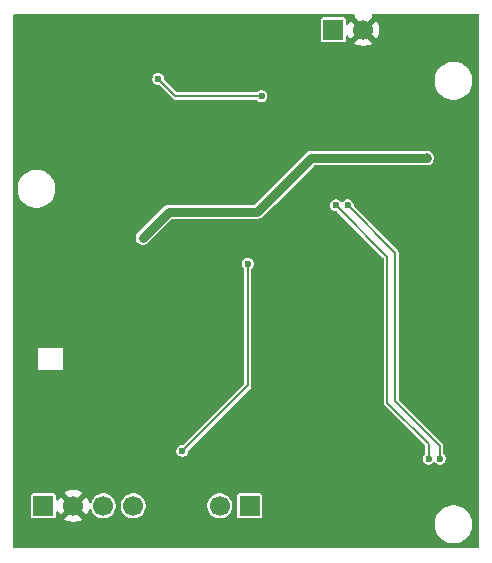
<source format=gbr>
%TF.GenerationSoftware,KiCad,Pcbnew,9.0.6*%
%TF.CreationDate,2025-12-31T00:22:08+05:30*%
%TF.ProjectId,c16qs-carrier-board,63313671-732d-4636-9172-726965722d62,rev?*%
%TF.SameCoordinates,Original*%
%TF.FileFunction,Copper,L2,Bot*%
%TF.FilePolarity,Positive*%
%FSLAX46Y46*%
G04 Gerber Fmt 4.6, Leading zero omitted, Abs format (unit mm)*
G04 Created by KiCad (PCBNEW 9.0.6) date 2025-12-31 00:22:08*
%MOMM*%
%LPD*%
G01*
G04 APERTURE LIST*
%TA.AperFunction,ComponentPad*%
%ADD10R,1.700000X1.700000*%
%TD*%
%TA.AperFunction,ComponentPad*%
%ADD11C,1.700000*%
%TD*%
%TA.AperFunction,ViaPad*%
%ADD12C,0.800000*%
%TD*%
%TA.AperFunction,ViaPad*%
%ADD13C,0.600000*%
%TD*%
%TA.AperFunction,Conductor*%
%ADD14C,0.800000*%
%TD*%
%TA.AperFunction,Conductor*%
%ADD15C,0.200000*%
%TD*%
G04 APERTURE END LIST*
D10*
%TO.P,J1,1,Pin_1*%
%TO.N,/+5V_IN*%
X137625000Y-55400000D03*
D11*
%TO.P,J1,2,Pin_2*%
%TO.N,GND*%
X140165000Y-55400000D03*
%TD*%
D10*
%TO.P,J2,1,Pin_1*%
%TO.N,/RST*%
X130550000Y-95700000D03*
D11*
%TO.P,J2,2,Pin_2*%
%TO.N,/PWR*%
X128010000Y-95700000D03*
%TD*%
D10*
%TO.P,J_UART1,1,Pin_1*%
%TO.N,/3V3*%
X113080000Y-95700000D03*
D11*
%TO.P,J_UART1,2,Pin_2*%
%TO.N,GND*%
X115620000Y-95700000D03*
%TO.P,J_UART1,3,Pin_3*%
%TO.N,/UART_TX_3V3*%
X118160000Y-95700000D03*
%TO.P,J_UART1,4,Pin_4*%
%TO.N,/UART_RX_3V3*%
X120700000Y-95700000D03*
%TD*%
D12*
%TO.N,/VBAT*%
X145550000Y-66250000D03*
D13*
X121500000Y-73000000D03*
%TO.N,GND*%
X114700000Y-77900000D03*
X147750000Y-89150000D03*
X146300000Y-85300000D03*
X145450000Y-61900000D03*
X112600000Y-77900000D03*
X138450000Y-72900000D03*
X112550000Y-86950000D03*
X131950000Y-57050000D03*
X115550000Y-86950000D03*
X140587500Y-63650000D03*
%TO.N,Net-(J_SIM1-VCC)*%
X122800000Y-59550000D03*
X131550000Y-61000000D03*
%TO.N,Net-(U1-UART1_RXD)*%
X146650000Y-91700000D03*
X138850000Y-70250000D03*
%TO.N,Net-(U1-UART1_TXD)*%
X137850000Y-70250000D03*
X145700000Y-91700000D03*
%TO.N,Net-(U1-NET_STATUS)*%
X130400000Y-75200000D03*
X124850000Y-91050000D03*
%TD*%
D14*
%TO.N,/VBAT*%
X145550000Y-66250000D02*
X135750000Y-66250000D01*
X123700000Y-70800000D02*
X121500000Y-73000000D01*
X131200000Y-70800000D02*
X123700000Y-70800000D01*
X135750000Y-66250000D02*
X131450000Y-70550000D01*
X131450000Y-70550000D02*
X131200000Y-70800000D01*
D15*
%TO.N,Net-(J_SIM1-VCC)*%
X124250000Y-61000000D02*
X131550000Y-61000000D01*
X122800000Y-59550000D02*
X124250000Y-61000000D01*
%TO.N,Net-(U1-UART1_RXD)*%
X146650000Y-90650000D02*
X142850000Y-86850000D01*
X142850000Y-74250000D02*
X138850000Y-70250000D01*
X146650000Y-91700000D02*
X146650000Y-90650000D01*
X142850000Y-86850000D02*
X142850000Y-74250000D01*
%TO.N,Net-(U1-UART1_TXD)*%
X142200000Y-74600000D02*
X137850000Y-70250000D01*
X142200000Y-86950000D02*
X142200000Y-74600000D01*
X145700000Y-91700000D02*
X145700000Y-90450000D01*
X145700000Y-90450000D02*
X142200000Y-86950000D01*
%TO.N,Net-(U1-NET_STATUS)*%
X124850000Y-91050000D02*
X130400000Y-85500000D01*
X130400000Y-85500000D02*
X130400000Y-75200000D01*
%TD*%
%TA.AperFunction,Conductor*%
%TO.N,GND*%
G36*
X139411075Y-54070185D02*
G01*
X139456830Y-54122989D01*
X139466774Y-54192147D01*
X139437749Y-54255703D01*
X139416921Y-54274819D01*
X139403282Y-54284727D01*
X139403282Y-54284728D01*
X140035591Y-54917037D01*
X139972007Y-54934075D01*
X139857993Y-54999901D01*
X139764901Y-55092993D01*
X139699075Y-55207007D01*
X139682037Y-55270591D01*
X139049728Y-54638282D01*
X139049727Y-54638282D01*
X139010380Y-54692439D01*
X138911694Y-54886121D01*
X138910678Y-54885603D01*
X138870212Y-54935813D01*
X138803916Y-54957872D01*
X138736218Y-54940588D01*
X138688612Y-54889447D01*
X138675500Y-54833951D01*
X138675500Y-54530249D01*
X138675499Y-54530247D01*
X138663868Y-54471770D01*
X138663867Y-54471769D01*
X138619552Y-54405447D01*
X138553230Y-54361132D01*
X138553229Y-54361131D01*
X138494752Y-54349500D01*
X138494748Y-54349500D01*
X136755252Y-54349500D01*
X136755247Y-54349500D01*
X136696770Y-54361131D01*
X136696769Y-54361132D01*
X136630447Y-54405447D01*
X136586132Y-54471769D01*
X136586131Y-54471770D01*
X136574500Y-54530247D01*
X136574500Y-56269752D01*
X136586131Y-56328229D01*
X136586132Y-56328230D01*
X136630447Y-56394552D01*
X136696769Y-56438867D01*
X136696770Y-56438868D01*
X136755247Y-56450499D01*
X136755250Y-56450500D01*
X136755252Y-56450500D01*
X138494750Y-56450500D01*
X138494751Y-56450499D01*
X138509568Y-56447552D01*
X138553229Y-56438868D01*
X138553229Y-56438867D01*
X138553231Y-56438867D01*
X138619552Y-56394552D01*
X138663867Y-56328231D01*
X138663867Y-56328229D01*
X138663868Y-56328229D01*
X138675499Y-56269752D01*
X138675500Y-56269750D01*
X138675500Y-55966048D01*
X138695185Y-55899009D01*
X138747989Y-55853254D01*
X138817147Y-55843310D01*
X138880703Y-55872335D01*
X138910938Y-55914264D01*
X138911694Y-55913879D01*
X139010375Y-56107550D01*
X139049728Y-56161716D01*
X139682037Y-55529408D01*
X139699075Y-55592993D01*
X139764901Y-55707007D01*
X139857993Y-55800099D01*
X139972007Y-55865925D01*
X140035590Y-55882962D01*
X139403282Y-56515269D01*
X139403282Y-56515270D01*
X139457449Y-56554624D01*
X139646782Y-56651095D01*
X139848870Y-56716757D01*
X140058754Y-56750000D01*
X140271246Y-56750000D01*
X140481127Y-56716757D01*
X140481130Y-56716757D01*
X140683217Y-56651095D01*
X140872554Y-56554622D01*
X140926716Y-56515270D01*
X140926717Y-56515270D01*
X140294408Y-55882962D01*
X140357993Y-55865925D01*
X140472007Y-55800099D01*
X140565099Y-55707007D01*
X140630925Y-55592993D01*
X140647962Y-55529409D01*
X141280270Y-56161717D01*
X141280270Y-56161716D01*
X141319622Y-56107554D01*
X141416095Y-55918217D01*
X141481757Y-55716130D01*
X141481757Y-55716127D01*
X141515000Y-55506246D01*
X141515000Y-55293753D01*
X141481757Y-55083872D01*
X141481757Y-55083869D01*
X141416095Y-54881782D01*
X141319624Y-54692449D01*
X141280270Y-54638282D01*
X141280269Y-54638282D01*
X140647962Y-55270590D01*
X140630925Y-55207007D01*
X140565099Y-55092993D01*
X140472007Y-54999901D01*
X140357993Y-54934075D01*
X140294409Y-54917037D01*
X140926716Y-54284728D01*
X140926716Y-54284727D01*
X140913077Y-54274818D01*
X140870411Y-54219489D01*
X140864432Y-54149875D01*
X140897037Y-54088080D01*
X140957876Y-54053723D01*
X140985962Y-54050500D01*
X149874825Y-54050500D01*
X149941864Y-54070185D01*
X149987619Y-54122989D01*
X149998824Y-54174633D01*
X149950937Y-98470793D01*
X149950175Y-99175634D01*
X149930418Y-99242652D01*
X149877564Y-99288350D01*
X149826175Y-99299500D01*
X110624500Y-99299500D01*
X110557461Y-99279815D01*
X110511706Y-99227011D01*
X110500500Y-99175500D01*
X110500500Y-97124038D01*
X146199500Y-97124038D01*
X146199500Y-97375961D01*
X146238910Y-97624785D01*
X146316760Y-97864383D01*
X146431132Y-98088848D01*
X146579201Y-98292649D01*
X146579205Y-98292654D01*
X146757345Y-98470794D01*
X146757350Y-98470798D01*
X146935117Y-98599952D01*
X146961155Y-98618870D01*
X147104184Y-98691747D01*
X147185616Y-98733239D01*
X147185618Y-98733239D01*
X147185621Y-98733241D01*
X147425215Y-98811090D01*
X147674038Y-98850500D01*
X147674039Y-98850500D01*
X147925961Y-98850500D01*
X147925962Y-98850500D01*
X148174785Y-98811090D01*
X148414379Y-98733241D01*
X148638845Y-98618870D01*
X148842656Y-98470793D01*
X149020793Y-98292656D01*
X149168870Y-98088845D01*
X149283241Y-97864379D01*
X149361090Y-97624785D01*
X149400500Y-97375962D01*
X149400500Y-97124038D01*
X149361090Y-96875215D01*
X149283241Y-96635621D01*
X149283239Y-96635618D01*
X149283239Y-96635616D01*
X149222278Y-96515975D01*
X149168870Y-96411155D01*
X149025821Y-96214264D01*
X149020798Y-96207350D01*
X149020794Y-96207345D01*
X148842654Y-96029205D01*
X148842649Y-96029201D01*
X148638848Y-95881132D01*
X148638847Y-95881131D01*
X148638845Y-95881130D01*
X148568747Y-95845413D01*
X148414383Y-95766760D01*
X148174785Y-95688910D01*
X147925962Y-95649500D01*
X147674038Y-95649500D01*
X147549626Y-95669205D01*
X147425214Y-95688910D01*
X147185616Y-95766760D01*
X146961151Y-95881132D01*
X146757350Y-96029201D01*
X146757345Y-96029205D01*
X146579205Y-96207345D01*
X146579201Y-96207350D01*
X146431132Y-96411151D01*
X146316760Y-96635616D01*
X146238910Y-96875214D01*
X146199500Y-97124038D01*
X110500500Y-97124038D01*
X110500500Y-94830247D01*
X112029500Y-94830247D01*
X112029500Y-96569752D01*
X112041131Y-96628229D01*
X112041132Y-96628230D01*
X112085447Y-96694552D01*
X112151769Y-96738867D01*
X112151770Y-96738868D01*
X112210247Y-96750499D01*
X112210250Y-96750500D01*
X112210252Y-96750500D01*
X113949750Y-96750500D01*
X113949751Y-96750499D01*
X113964568Y-96747552D01*
X114008229Y-96738868D01*
X114008229Y-96738867D01*
X114008231Y-96738867D01*
X114074552Y-96694552D01*
X114118867Y-96628231D01*
X114118867Y-96628229D01*
X114118868Y-96628229D01*
X114130499Y-96569752D01*
X114130500Y-96569750D01*
X114130500Y-96266048D01*
X114150185Y-96199009D01*
X114202989Y-96153254D01*
X114272147Y-96143310D01*
X114335703Y-96172335D01*
X114365938Y-96214264D01*
X114366694Y-96213879D01*
X114465375Y-96407550D01*
X114504728Y-96461716D01*
X115137037Y-95829408D01*
X115154075Y-95892993D01*
X115219901Y-96007007D01*
X115312993Y-96100099D01*
X115427007Y-96165925D01*
X115490590Y-96182962D01*
X114858282Y-96815269D01*
X114858282Y-96815270D01*
X114912449Y-96854624D01*
X115101782Y-96951095D01*
X115303870Y-97016757D01*
X115513754Y-97050000D01*
X115726246Y-97050000D01*
X115936127Y-97016757D01*
X115936130Y-97016757D01*
X115983903Y-97001235D01*
X116138217Y-96951095D01*
X116327554Y-96854622D01*
X116381716Y-96815270D01*
X116381717Y-96815270D01*
X115749408Y-96182962D01*
X115812993Y-96165925D01*
X115927007Y-96100099D01*
X116020099Y-96007007D01*
X116085925Y-95892993D01*
X116102962Y-95829409D01*
X116735270Y-96461717D01*
X116735270Y-96461716D01*
X116774622Y-96407554D01*
X116871095Y-96218217D01*
X116928343Y-96042026D01*
X116967780Y-95984351D01*
X117032139Y-95957152D01*
X117100985Y-95969066D01*
X117152461Y-96016310D01*
X117160835Y-96032891D01*
X117229058Y-96197596D01*
X117344024Y-96369657D01*
X117490342Y-96515975D01*
X117490345Y-96515977D01*
X117662402Y-96630941D01*
X117853580Y-96710130D01*
X117998052Y-96738867D01*
X118056530Y-96750499D01*
X118056534Y-96750500D01*
X118056535Y-96750500D01*
X118263466Y-96750500D01*
X118263467Y-96750499D01*
X118466420Y-96710130D01*
X118657598Y-96630941D01*
X118829655Y-96515977D01*
X118975977Y-96369655D01*
X119090941Y-96197598D01*
X119170130Y-96006420D01*
X119210500Y-95803465D01*
X119210500Y-95596535D01*
X119210499Y-95596530D01*
X119649500Y-95596530D01*
X119649500Y-95803469D01*
X119689868Y-96006412D01*
X119689870Y-96006420D01*
X119769058Y-96197596D01*
X119884024Y-96369657D01*
X120030342Y-96515975D01*
X120030345Y-96515977D01*
X120202402Y-96630941D01*
X120393580Y-96710130D01*
X120538052Y-96738867D01*
X120596530Y-96750499D01*
X120596534Y-96750500D01*
X120596535Y-96750500D01*
X120803466Y-96750500D01*
X120803467Y-96750499D01*
X121006420Y-96710130D01*
X121197598Y-96630941D01*
X121369655Y-96515977D01*
X121515977Y-96369655D01*
X121630941Y-96197598D01*
X121710130Y-96006420D01*
X121750500Y-95803465D01*
X121750500Y-95596535D01*
X121750499Y-95596530D01*
X126959500Y-95596530D01*
X126959500Y-95803469D01*
X126999868Y-96006412D01*
X126999870Y-96006420D01*
X127079058Y-96197596D01*
X127194024Y-96369657D01*
X127340342Y-96515975D01*
X127340345Y-96515977D01*
X127512402Y-96630941D01*
X127703580Y-96710130D01*
X127848052Y-96738867D01*
X127906530Y-96750499D01*
X127906534Y-96750500D01*
X127906535Y-96750500D01*
X128113466Y-96750500D01*
X128113467Y-96750499D01*
X128316420Y-96710130D01*
X128507598Y-96630941D01*
X128679655Y-96515977D01*
X128825977Y-96369655D01*
X128940941Y-96197598D01*
X129020130Y-96006420D01*
X129060500Y-95803465D01*
X129060500Y-95596535D01*
X129020130Y-95393580D01*
X128940941Y-95202402D01*
X128825977Y-95030345D01*
X128825975Y-95030342D01*
X128679657Y-94884024D01*
X128599173Y-94830247D01*
X129499500Y-94830247D01*
X129499500Y-96569752D01*
X129511131Y-96628229D01*
X129511132Y-96628230D01*
X129555447Y-96694552D01*
X129621769Y-96738867D01*
X129621770Y-96738868D01*
X129680247Y-96750499D01*
X129680250Y-96750500D01*
X129680252Y-96750500D01*
X131419750Y-96750500D01*
X131419751Y-96750499D01*
X131434568Y-96747552D01*
X131478229Y-96738868D01*
X131478229Y-96738867D01*
X131478231Y-96738867D01*
X131544552Y-96694552D01*
X131588867Y-96628231D01*
X131588867Y-96628229D01*
X131588868Y-96628229D01*
X131600499Y-96569752D01*
X131600500Y-96569750D01*
X131600500Y-94830249D01*
X131600499Y-94830247D01*
X131588868Y-94771770D01*
X131588867Y-94771769D01*
X131544552Y-94705447D01*
X131478230Y-94661132D01*
X131478229Y-94661131D01*
X131419752Y-94649500D01*
X131419748Y-94649500D01*
X129680252Y-94649500D01*
X129680247Y-94649500D01*
X129621770Y-94661131D01*
X129621769Y-94661132D01*
X129555447Y-94705447D01*
X129511132Y-94771769D01*
X129511131Y-94771770D01*
X129499500Y-94830247D01*
X128599173Y-94830247D01*
X128511655Y-94771770D01*
X128507598Y-94769059D01*
X128316420Y-94689870D01*
X128316412Y-94689868D01*
X128113469Y-94649500D01*
X128113465Y-94649500D01*
X127906535Y-94649500D01*
X127906530Y-94649500D01*
X127703587Y-94689868D01*
X127703579Y-94689870D01*
X127512403Y-94769058D01*
X127340342Y-94884024D01*
X127194024Y-95030342D01*
X127079058Y-95202403D01*
X126999870Y-95393579D01*
X126999868Y-95393587D01*
X126959500Y-95596530D01*
X121750499Y-95596530D01*
X121710130Y-95393580D01*
X121630941Y-95202402D01*
X121515977Y-95030345D01*
X121515975Y-95030342D01*
X121369657Y-94884024D01*
X121201655Y-94771770D01*
X121197598Y-94769059D01*
X121006420Y-94689870D01*
X121006412Y-94689868D01*
X120803469Y-94649500D01*
X120803465Y-94649500D01*
X120596535Y-94649500D01*
X120596530Y-94649500D01*
X120393587Y-94689868D01*
X120393579Y-94689870D01*
X120202403Y-94769058D01*
X120030342Y-94884024D01*
X119884024Y-95030342D01*
X119769058Y-95202403D01*
X119689870Y-95393579D01*
X119689868Y-95393587D01*
X119649500Y-95596530D01*
X119210499Y-95596530D01*
X119170130Y-95393580D01*
X119090941Y-95202402D01*
X118975977Y-95030345D01*
X118975975Y-95030342D01*
X118829657Y-94884024D01*
X118661655Y-94771770D01*
X118657598Y-94769059D01*
X118466420Y-94689870D01*
X118466412Y-94689868D01*
X118263469Y-94649500D01*
X118263465Y-94649500D01*
X118056535Y-94649500D01*
X118056530Y-94649500D01*
X117853587Y-94689868D01*
X117853579Y-94689870D01*
X117662403Y-94769058D01*
X117490342Y-94884024D01*
X117344024Y-95030342D01*
X117229057Y-95202403D01*
X117160835Y-95367108D01*
X117116994Y-95421511D01*
X117050700Y-95443576D01*
X116983000Y-95426297D01*
X116935390Y-95375159D01*
X116928343Y-95357973D01*
X116871095Y-95181782D01*
X116774624Y-94992449D01*
X116735270Y-94938282D01*
X116735269Y-94938282D01*
X116102962Y-95570590D01*
X116085925Y-95507007D01*
X116020099Y-95392993D01*
X115927007Y-95299901D01*
X115812993Y-95234075D01*
X115749409Y-95217037D01*
X116381716Y-94584728D01*
X116327550Y-94545375D01*
X116138217Y-94448904D01*
X115936129Y-94383242D01*
X115726246Y-94350000D01*
X115513754Y-94350000D01*
X115303872Y-94383242D01*
X115303869Y-94383242D01*
X115101782Y-94448904D01*
X114912439Y-94545380D01*
X114858282Y-94584727D01*
X114858282Y-94584728D01*
X115490591Y-95217037D01*
X115427007Y-95234075D01*
X115312993Y-95299901D01*
X115219901Y-95392993D01*
X115154075Y-95507007D01*
X115137037Y-95570591D01*
X114504728Y-94938282D01*
X114504727Y-94938282D01*
X114465380Y-94992439D01*
X114366694Y-95186121D01*
X114365678Y-95185603D01*
X114325212Y-95235813D01*
X114258916Y-95257872D01*
X114191218Y-95240588D01*
X114143612Y-95189447D01*
X114130500Y-95133951D01*
X114130500Y-94830249D01*
X114130499Y-94830247D01*
X114118868Y-94771770D01*
X114118867Y-94771769D01*
X114074552Y-94705447D01*
X114008230Y-94661132D01*
X114008229Y-94661131D01*
X113949752Y-94649500D01*
X113949748Y-94649500D01*
X112210252Y-94649500D01*
X112210247Y-94649500D01*
X112151770Y-94661131D01*
X112151769Y-94661132D01*
X112085447Y-94705447D01*
X112041132Y-94771769D01*
X112041131Y-94771770D01*
X112029500Y-94830247D01*
X110500500Y-94830247D01*
X110500500Y-90984108D01*
X124349500Y-90984108D01*
X124349500Y-91115891D01*
X124383608Y-91243187D01*
X124413849Y-91295565D01*
X124449500Y-91357314D01*
X124542686Y-91450500D01*
X124656814Y-91516392D01*
X124784108Y-91550500D01*
X124784110Y-91550500D01*
X124915890Y-91550500D01*
X124915892Y-91550500D01*
X125043186Y-91516392D01*
X125157314Y-91450500D01*
X125250500Y-91357314D01*
X125316392Y-91243186D01*
X125350500Y-91115892D01*
X125350500Y-91025832D01*
X125370185Y-90958793D01*
X125386819Y-90938151D01*
X125899499Y-90425471D01*
X130640460Y-85684511D01*
X130680021Y-85615989D01*
X130700500Y-85539562D01*
X130700500Y-75658676D01*
X130720185Y-75591637D01*
X130736819Y-75570995D01*
X130800500Y-75507314D01*
X130866392Y-75393186D01*
X130900500Y-75265892D01*
X130900500Y-75134108D01*
X130866392Y-75006814D01*
X130800500Y-74892686D01*
X130707314Y-74799500D01*
X130650250Y-74766554D01*
X130593187Y-74733608D01*
X130529539Y-74716554D01*
X130465892Y-74699500D01*
X130334108Y-74699500D01*
X130206812Y-74733608D01*
X130092686Y-74799500D01*
X130092683Y-74799502D01*
X129999502Y-74892683D01*
X129999500Y-74892686D01*
X129933608Y-75006812D01*
X129899500Y-75134108D01*
X129899500Y-75265891D01*
X129933608Y-75393187D01*
X129966554Y-75450250D01*
X129999500Y-75507314D01*
X129999502Y-75507316D01*
X130063181Y-75570995D01*
X130096666Y-75632318D01*
X130099500Y-75658676D01*
X130099500Y-85324166D01*
X130079815Y-85391205D01*
X130063181Y-85411847D01*
X124961847Y-90513181D01*
X124900524Y-90546666D01*
X124874166Y-90549500D01*
X124784108Y-90549500D01*
X124656812Y-90583608D01*
X124542686Y-90649500D01*
X124542683Y-90649502D01*
X124449502Y-90742683D01*
X124449500Y-90742686D01*
X124383608Y-90856812D01*
X124349500Y-90984108D01*
X110500500Y-90984108D01*
X110500500Y-84200000D01*
X112655000Y-84200000D01*
X114745000Y-84200000D01*
X114745000Y-82300000D01*
X112655000Y-82300000D01*
X112655000Y-84200000D01*
X110500500Y-84200000D01*
X110500500Y-73079054D01*
X120899498Y-73079054D01*
X120899499Y-73079057D01*
X120940423Y-73231785D01*
X121019481Y-73368716D01*
X121131284Y-73480519D01*
X121268215Y-73559577D01*
X121420943Y-73600501D01*
X121420946Y-73600501D01*
X121579054Y-73600501D01*
X121579057Y-73600501D01*
X121731785Y-73559577D01*
X121868716Y-73480519D01*
X123912416Y-71436819D01*
X123973739Y-71403334D01*
X124000097Y-71400500D01*
X131113331Y-71400500D01*
X131113347Y-71400501D01*
X131120943Y-71400501D01*
X131279054Y-71400501D01*
X131279057Y-71400501D01*
X131431785Y-71359577D01*
X131481904Y-71330639D01*
X131568716Y-71280520D01*
X131680520Y-71168716D01*
X131680521Y-71168713D01*
X131930519Y-70918716D01*
X132665127Y-70184108D01*
X137349500Y-70184108D01*
X137349500Y-70315892D01*
X137352661Y-70327690D01*
X137383608Y-70443187D01*
X137416554Y-70500250D01*
X137449500Y-70557314D01*
X137542686Y-70650500D01*
X137656814Y-70716392D01*
X137784108Y-70750500D01*
X137784110Y-70750500D01*
X137874167Y-70750500D01*
X137941206Y-70770185D01*
X137961848Y-70786819D01*
X141863181Y-74688152D01*
X141896666Y-74749475D01*
X141899500Y-74775833D01*
X141899500Y-86989562D01*
X141909739Y-87027775D01*
X141919979Y-87065991D01*
X141919981Y-87065994D01*
X141956944Y-87130014D01*
X141956946Y-87130023D01*
X141956949Y-87130022D01*
X141959540Y-87134511D01*
X145363181Y-90538152D01*
X145396666Y-90599475D01*
X145399500Y-90625833D01*
X145399500Y-91241323D01*
X145379815Y-91308362D01*
X145363182Y-91329004D01*
X145299500Y-91392686D01*
X145233608Y-91506812D01*
X145199500Y-91634108D01*
X145199500Y-91765891D01*
X145233608Y-91893187D01*
X145266554Y-91950250D01*
X145299500Y-92007314D01*
X145392686Y-92100500D01*
X145506814Y-92166392D01*
X145634108Y-92200500D01*
X145634110Y-92200500D01*
X145765890Y-92200500D01*
X145765892Y-92200500D01*
X145893186Y-92166392D01*
X146007314Y-92100500D01*
X146087319Y-92020495D01*
X146148642Y-91987010D01*
X146218334Y-91991994D01*
X146262681Y-92020495D01*
X146342686Y-92100500D01*
X146456814Y-92166392D01*
X146584108Y-92200500D01*
X146584110Y-92200500D01*
X146715890Y-92200500D01*
X146715892Y-92200500D01*
X146843186Y-92166392D01*
X146957314Y-92100500D01*
X147050500Y-92007314D01*
X147116392Y-91893186D01*
X147150500Y-91765892D01*
X147150500Y-91634108D01*
X147116392Y-91506814D01*
X147050500Y-91392686D01*
X146986818Y-91329004D01*
X146953334Y-91267680D01*
X146950500Y-91241323D01*
X146950500Y-90610440D01*
X146950499Y-90610436D01*
X146948264Y-90602095D01*
X146943311Y-90583608D01*
X146930022Y-90534012D01*
X146890460Y-90465489D01*
X143186819Y-86761848D01*
X143153334Y-86700525D01*
X143150500Y-86674167D01*
X143150500Y-74210439D01*
X143130020Y-74134009D01*
X143130017Y-74134004D01*
X143090464Y-74065495D01*
X143090458Y-74065487D01*
X139386819Y-70361848D01*
X139353334Y-70300525D01*
X139350500Y-70274167D01*
X139350500Y-70184110D01*
X139350500Y-70184108D01*
X139316392Y-70056814D01*
X139250500Y-69942686D01*
X139157314Y-69849500D01*
X139100250Y-69816554D01*
X139043187Y-69783608D01*
X138979539Y-69766554D01*
X138915892Y-69749500D01*
X138784108Y-69749500D01*
X138656812Y-69783608D01*
X138542686Y-69849500D01*
X138542683Y-69849502D01*
X138449498Y-69942687D01*
X138448370Y-69944158D01*
X138447102Y-69945083D01*
X138443753Y-69948433D01*
X138443230Y-69947910D01*
X138391940Y-69985356D01*
X138322193Y-69989506D01*
X138261275Y-69955289D01*
X138251630Y-69944158D01*
X138250501Y-69942687D01*
X138157316Y-69849502D01*
X138157314Y-69849500D01*
X138100250Y-69816554D01*
X138043187Y-69783608D01*
X137979539Y-69766554D01*
X137915892Y-69749500D01*
X137784108Y-69749500D01*
X137656812Y-69783608D01*
X137542686Y-69849500D01*
X137542683Y-69849502D01*
X137449502Y-69942683D01*
X137449500Y-69942686D01*
X137383608Y-70056812D01*
X137379862Y-70070793D01*
X137349500Y-70184108D01*
X132665127Y-70184108D01*
X135962416Y-66886819D01*
X136023739Y-66853334D01*
X136050097Y-66850500D01*
X145629055Y-66850500D01*
X145629057Y-66850500D01*
X145781784Y-66809577D01*
X145918716Y-66730520D01*
X146030520Y-66618716D01*
X146109577Y-66481784D01*
X146150500Y-66329057D01*
X146150500Y-66170943D01*
X146109577Y-66018216D01*
X146109573Y-66018209D01*
X146030524Y-65881290D01*
X146030518Y-65881282D01*
X145918717Y-65769481D01*
X145918709Y-65769475D01*
X145781790Y-65690426D01*
X145781786Y-65690424D01*
X145781784Y-65690423D01*
X145629057Y-65649500D01*
X135829057Y-65649500D01*
X135670942Y-65649500D01*
X135518215Y-65690423D01*
X135518214Y-65690423D01*
X135518212Y-65690424D01*
X135518209Y-65690425D01*
X135468096Y-65719359D01*
X135468095Y-65719360D01*
X135424689Y-65744420D01*
X135381285Y-65769479D01*
X135381282Y-65769481D01*
X135269478Y-65881286D01*
X131081284Y-70069481D01*
X130987584Y-70163181D01*
X130926261Y-70196666D01*
X130899903Y-70199500D01*
X123786669Y-70199500D01*
X123786653Y-70199499D01*
X123779057Y-70199499D01*
X123620943Y-70199499D01*
X123513587Y-70228265D01*
X123468210Y-70240424D01*
X123468209Y-70240425D01*
X123418096Y-70269359D01*
X123418095Y-70269360D01*
X123374689Y-70294420D01*
X123331285Y-70319479D01*
X123331282Y-70319481D01*
X123219478Y-70431286D01*
X121019483Y-72631281D01*
X121019481Y-72631284D01*
X120940423Y-72768214D01*
X120940423Y-72768215D01*
X120899499Y-72920943D01*
X120899499Y-72920945D01*
X120899499Y-73079054D01*
X120899498Y-73079054D01*
X110500500Y-73079054D01*
X110500500Y-68724038D01*
X110899500Y-68724038D01*
X110899500Y-68975961D01*
X110938910Y-69224785D01*
X111016760Y-69464383D01*
X111131132Y-69688848D01*
X111279201Y-69892649D01*
X111279205Y-69892654D01*
X111457345Y-70070794D01*
X111457350Y-70070798D01*
X111481440Y-70088300D01*
X111661155Y-70218870D01*
X111769682Y-70274167D01*
X111885616Y-70333239D01*
X111885618Y-70333239D01*
X111885621Y-70333241D01*
X112125215Y-70411090D01*
X112374038Y-70450500D01*
X112374039Y-70450500D01*
X112625961Y-70450500D01*
X112625962Y-70450500D01*
X112874785Y-70411090D01*
X113114379Y-70333241D01*
X113338845Y-70218870D01*
X113542656Y-70070793D01*
X113720793Y-69892656D01*
X113868870Y-69688845D01*
X113983241Y-69464379D01*
X114061090Y-69224785D01*
X114100500Y-68975962D01*
X114100500Y-68724038D01*
X114061090Y-68475215D01*
X113983241Y-68235621D01*
X113983239Y-68235618D01*
X113983239Y-68235616D01*
X113941747Y-68154184D01*
X113868870Y-68011155D01*
X113849952Y-67985117D01*
X113720798Y-67807350D01*
X113720794Y-67807345D01*
X113542654Y-67629205D01*
X113542649Y-67629201D01*
X113338848Y-67481132D01*
X113338847Y-67481131D01*
X113338845Y-67481130D01*
X113268747Y-67445413D01*
X113114383Y-67366760D01*
X112874785Y-67288910D01*
X112625962Y-67249500D01*
X112374038Y-67249500D01*
X112249626Y-67269205D01*
X112125214Y-67288910D01*
X111885616Y-67366760D01*
X111661151Y-67481132D01*
X111457350Y-67629201D01*
X111457345Y-67629205D01*
X111279205Y-67807345D01*
X111279201Y-67807350D01*
X111131132Y-68011151D01*
X111016760Y-68235616D01*
X110938910Y-68475214D01*
X110899500Y-68724038D01*
X110500500Y-68724038D01*
X110500500Y-59484108D01*
X122299500Y-59484108D01*
X122299500Y-59615892D01*
X122311814Y-59661848D01*
X122333608Y-59743187D01*
X122366554Y-59800250D01*
X122399500Y-59857314D01*
X122492686Y-59950500D01*
X122606814Y-60016392D01*
X122734108Y-60050500D01*
X122734110Y-60050500D01*
X122824167Y-60050500D01*
X122891206Y-60070185D01*
X122911848Y-60086819D01*
X124065489Y-61240460D01*
X124134012Y-61280022D01*
X124210438Y-61300500D01*
X124289562Y-61300500D01*
X131091324Y-61300500D01*
X131158363Y-61320185D01*
X131179005Y-61336819D01*
X131242686Y-61400500D01*
X131356814Y-61466392D01*
X131484108Y-61500500D01*
X131484110Y-61500500D01*
X131615890Y-61500500D01*
X131615892Y-61500500D01*
X131743186Y-61466392D01*
X131857314Y-61400500D01*
X131950500Y-61307314D01*
X132016392Y-61193186D01*
X132050500Y-61065892D01*
X132050500Y-60934108D01*
X132016392Y-60806814D01*
X131950500Y-60692686D01*
X131857314Y-60599500D01*
X131800250Y-60566554D01*
X131743187Y-60533608D01*
X131679539Y-60516554D01*
X131615892Y-60499500D01*
X131484108Y-60499500D01*
X131356812Y-60533608D01*
X131242686Y-60599500D01*
X131242683Y-60599502D01*
X131179005Y-60663181D01*
X131117682Y-60696666D01*
X131091324Y-60699500D01*
X124425833Y-60699500D01*
X124358794Y-60679815D01*
X124338152Y-60663181D01*
X123336819Y-59661848D01*
X123322115Y-59634920D01*
X123316566Y-59626286D01*
X123311706Y-59620677D01*
X123311063Y-59617723D01*
X123305523Y-59609102D01*
X123304631Y-59602901D01*
X123303334Y-59600525D01*
X123300500Y-59574167D01*
X123300500Y-59574038D01*
X146199500Y-59574038D01*
X146199500Y-59825961D01*
X146238910Y-60074785D01*
X146316760Y-60314383D01*
X146431132Y-60538848D01*
X146579201Y-60742649D01*
X146579205Y-60742654D01*
X146757345Y-60920794D01*
X146757350Y-60920798D01*
X146775673Y-60934110D01*
X146961155Y-61068870D01*
X147104184Y-61141747D01*
X147185616Y-61183239D01*
X147185618Y-61183239D01*
X147185621Y-61183241D01*
X147425215Y-61261090D01*
X147674038Y-61300500D01*
X147674039Y-61300500D01*
X147925961Y-61300500D01*
X147925962Y-61300500D01*
X148174785Y-61261090D01*
X148414379Y-61183241D01*
X148638845Y-61068870D01*
X148842656Y-60920793D01*
X149020793Y-60742656D01*
X149168870Y-60538845D01*
X149283241Y-60314379D01*
X149361090Y-60074785D01*
X149400500Y-59825962D01*
X149400500Y-59574038D01*
X149361090Y-59325215D01*
X149283241Y-59085621D01*
X149283239Y-59085618D01*
X149283239Y-59085616D01*
X149241747Y-59004184D01*
X149168870Y-58861155D01*
X149149952Y-58835117D01*
X149020798Y-58657350D01*
X149020794Y-58657345D01*
X148842654Y-58479205D01*
X148842649Y-58479201D01*
X148638848Y-58331132D01*
X148638847Y-58331131D01*
X148638845Y-58331130D01*
X148568747Y-58295413D01*
X148414383Y-58216760D01*
X148174785Y-58138910D01*
X147925962Y-58099500D01*
X147674038Y-58099500D01*
X147549626Y-58119205D01*
X147425214Y-58138910D01*
X147185616Y-58216760D01*
X146961151Y-58331132D01*
X146757350Y-58479201D01*
X146757345Y-58479205D01*
X146579205Y-58657345D01*
X146579201Y-58657350D01*
X146431132Y-58861151D01*
X146316760Y-59085616D01*
X146238910Y-59325214D01*
X146199500Y-59574038D01*
X123300500Y-59574038D01*
X123300500Y-59484110D01*
X123300500Y-59484108D01*
X123266392Y-59356814D01*
X123200500Y-59242686D01*
X123107314Y-59149500D01*
X123050250Y-59116554D01*
X122993187Y-59083608D01*
X122929539Y-59066554D01*
X122865892Y-59049500D01*
X122734108Y-59049500D01*
X122606812Y-59083608D01*
X122492686Y-59149500D01*
X122492683Y-59149502D01*
X122399502Y-59242683D01*
X122399500Y-59242686D01*
X122333608Y-59356812D01*
X122299500Y-59484108D01*
X110500500Y-59484108D01*
X110500500Y-54174500D01*
X110520185Y-54107461D01*
X110572989Y-54061706D01*
X110624500Y-54050500D01*
X139344036Y-54050500D01*
X139411075Y-54070185D01*
G37*
%TD.AperFunction*%
%TD*%
M02*

</source>
